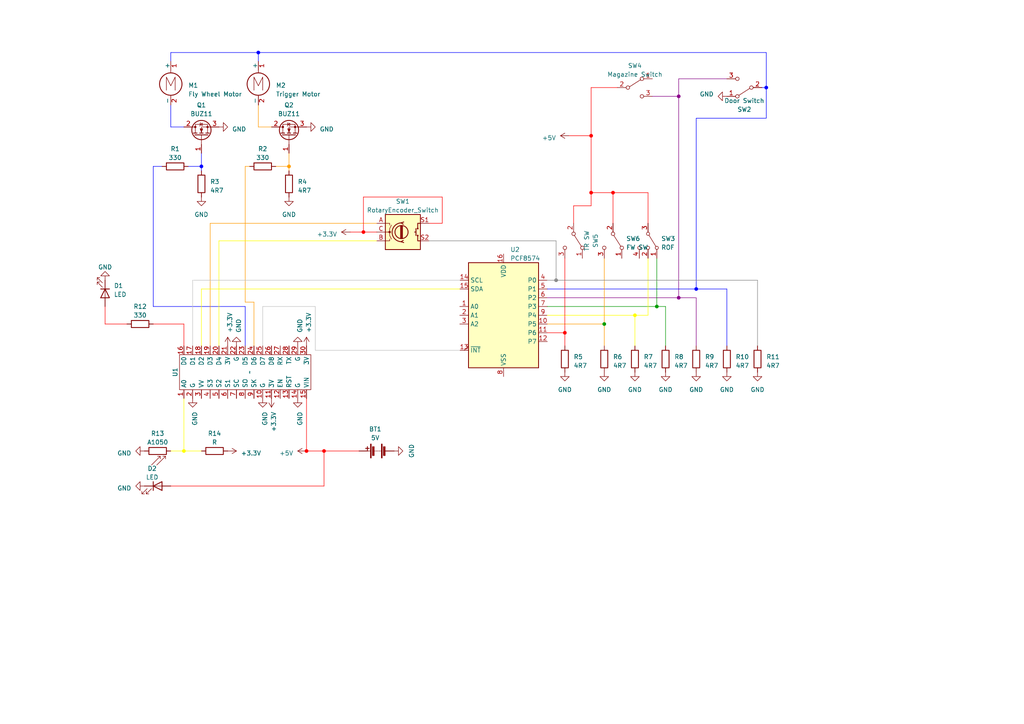
<source format=kicad_sch>
(kicad_sch (version 20230121) (generator eeschema)
  (paper "A4")
  (lib_symbols
    (symbol "Device:Battery" (pin_numbers hide) (pin_names (offset 0) hide)
      (property "Reference" "BT" (at 2.54 2.54 0))
      (property "Value" "Battery" (at 2.54 0 0))
      (symbol "Battery_0_1"
        (rectangle (start -2.032 -1.397) (end 2.032 -1.651) (fill (type outline)))
        (rectangle (start -2.032 1.778) (end 2.032 1.524) (fill (type outline)))
        (rectangle (start -1.3208 -1.9812) (end 1.27 -2.4892) (fill (type outline)))
        (rectangle (start -1.3208 1.1938) (end 1.27 0.6858) (fill (type outline)))
        (polyline (pts (xy 0 -1.524) (xy 0 -1.27)))
        (polyline (pts (xy 0 -1.016) (xy 0 -0.762)))
        (polyline (pts (xy 0 -0.508) (xy 0 -0.254)))
        (polyline (pts (xy 0 0) (xy 0 0.254)))
        (polyline (pts (xy 0 0.508) (xy 0 0.762)))
        (polyline (pts (xy 0 1.778) (xy 0 2.54)))
        (polyline (pts (xy 0.254 2.667) (xy 1.27 2.667)) (stroke (width 0.254)))
        (polyline (pts (xy 0.762 3.175) (xy 0.762 2.159)) (stroke (width 0.254)))
      )
      (symbol "Battery_1_1"
        (pin passive line (at 0 5.08 270) (length 2.54) (name "+") (number "1"))
        (pin passive line (at 0 -5.08 90) (length 2.54) (name "-") (number "2"))
      )
    )
    (symbol "Device:LED" (pin_numbers hide) (pin_names (offset 1.016) hide)
      (property "Reference" "D" (at 0 2.54 0))
      (property "Value" "LED" (at 0 -2.54 0))
      (symbol "LED_0_1"
        (polyline (pts (xy -1.27 -1.27) (xy -1.27 1.27)) (stroke (width 0.254)))
        (polyline (pts (xy -1.27 0) (xy 1.27 0)))
        (polyline (pts (xy 1.27 -1.27) (xy 1.27 1.27) (xy -1.27 0) (xy 1.27 -1.27)) (stroke (width 0.254)))
        (polyline (pts (xy -3.048 -0.762) (xy -4.572 -2.286) (xy -3.81 -2.286) (xy -4.572 -2.286) (xy -4.572 -1.524)))
        (polyline (pts (xy -1.778 -0.762) (xy -3.302 -2.286) (xy -2.54 -2.286) (xy -3.302 -2.286) (xy -3.302 -1.524)))
      )
      (symbol "LED_1_1"
        (pin passive line (at -3.81 0 0) (length 2.54) (name "K") (number "1"))
        (pin passive line (at 3.81 0 180) (length 2.54) (name "A") (number "2"))
      )
    )
    (symbol "Device:R" (pin_numbers hide) (pin_names (offset 0))
      (property "Reference" "R" (at 2.032 0 90))
      (property "Value" "R" (at 0 0 90))
      (symbol "R_0_1"
        (rectangle (start -1.016 -2.54) (end 1.016 2.54) (stroke (width 0.254)))
      )
      (symbol "R_1_1"
        (pin passive line (at 0 3.81 270) (length 1.27) (name "~") (number "1"))
        (pin passive line (at 0 -3.81 90) (length 1.27) (name "~") (number "2"))
      )
    )
    (symbol "Device:RotaryEncoder_Switch" (pin_names (offset 0.254) hide)
      (property "Reference" "SW" (at 0 6.604 0))
      (property "Value" "RotaryEncoder_Switch" (at 0 -6.604 0))
      (symbol "RotaryEncoder_Switch_0_1"
        (rectangle (start -5.08 5.08) (end 5.08 -5.08) (stroke (width 0.254)) (fill (type background)))
        (circle (center -3.81 0) (radius 0.254) (fill (type outline)))
        (circle (center -0.381 0) (radius 1.905) (stroke (width 0.254)))
        (arc (start -0.381 2.667) (mid -3.0988 -0.0635) (end -0.381 -2.794) (stroke (width 0.254)))
        (polyline (pts (xy -0.635 -1.778) (xy -0.635 1.778)) (stroke (width 0.254)))
        (polyline (pts (xy -0.381 -1.778) (xy -0.381 1.778)) (stroke (width 0.254)))
        (polyline (pts (xy -0.127 1.778) (xy -0.127 -1.778)) (stroke (width 0.254)))
        (polyline (pts (xy 3.81 0) (xy 3.429 0)) (stroke (width 0.254)))
        (polyline (pts (xy 3.81 1.016) (xy 3.81 -1.016)) (stroke (width 0.254)))
        (polyline (pts (xy -5.08 -2.54) (xy -3.81 -2.54) (xy -3.81 -2.032)))
        (polyline (pts (xy -5.08 2.54) (xy -3.81 2.54) (xy -3.81 2.032)))
        (polyline (pts (xy 0.254 -3.048) (xy -0.508 -2.794) (xy 0.127 -2.413)) (stroke (width 0.254)))
        (polyline (pts (xy 0.254 2.921) (xy -0.508 2.667) (xy 0.127 2.286)) (stroke (width 0.254)))
        (polyline (pts (xy 5.08 -2.54) (xy 4.318 -2.54) (xy 4.318 -1.016)) (stroke (width 0.254)))
        (polyline (pts (xy 5.08 2.54) (xy 4.318 2.54) (xy 4.318 1.016)) (stroke (width 0.254)))
        (polyline (pts (xy -5.08 0) (xy -3.81 0) (xy -3.81 -1.016) (xy -3.302 -2.032)))
        (polyline (pts (xy -4.318 0) (xy -3.81 0) (xy -3.81 1.016) (xy -3.302 2.032)))
        (circle (center 4.318 -1.016) (radius 0.127) (stroke (width 0.254)))
        (circle (center 4.318 1.016) (radius 0.127) (stroke (width 0.254)))
      )
      (symbol "RotaryEncoder_Switch_1_1"
        (pin passive line (at -7.62 2.54 0) (length 2.54) (name "A") (number "A"))
        (pin passive line (at -7.62 -2.54 0) (length 2.54) (name "B") (number "B"))
        (pin passive line (at -7.62 0 0) (length 2.54) (name "C") (number "C"))
        (pin passive line (at 7.62 2.54 180) (length 2.54) (name "S1") (number "S1"))
        (pin passive line (at 7.62 -2.54 180) (length 2.54) (name "S2") (number "S2"))
      )
    )
    (symbol "Interface_Expansion:PCF8574"
      (property "Reference" "U" (at -8.89 16.51 0))
      (property "Value" "PCF8574" (at 2.54 16.51 0))
      (symbol "PCF8574_0_1"
        (rectangle (start -10.16 15.24) (end 10.16 -15.24) (stroke (width 0.254)) (fill (type background)))
      )
      (symbol "PCF8574_1_1"
        (pin input line (at -12.7 2.54 0) (length 2.54) (name "A0") (number "1"))
        (pin bidirectional line (at 12.7 -2.54 180) (length 2.54) (name "P5") (number "10"))
        (pin bidirectional line (at 12.7 -5.08 180) (length 2.54) (name "P6") (number "11"))
        (pin bidirectional line (at 12.7 -7.62 180) (length 2.54) (name "P7") (number "12"))
        (pin open_collector output_low (at -12.7 -10.16 0) (length 2.54) (name "~{INT}") (number "13"))
        (pin input line (at -12.7 10.16 0) (length 2.54) (name "SCL") (number "14"))
        (pin bidirectional line (at -12.7 7.62 0) (length 2.54) (name "SDA") (number "15"))
        (pin power_in line (at 0 17.78 270) (length 2.54) (name "VDD") (number "16"))
        (pin input line (at -12.7 0 0) (length 2.54) (name "A1") (number "2"))
        (pin input line (at -12.7 -2.54 0) (length 2.54) (name "A2") (number "3"))
        (pin bidirectional line (at 12.7 10.16 180) (length 2.54) (name "P0") (number "4"))
        (pin bidirectional line (at 12.7 7.62 180) (length 2.54) (name "P1") (number "5"))
        (pin bidirectional line (at 12.7 5.08 180) (length 2.54) (name "P2") (number "6"))
        (pin bidirectional line (at 12.7 2.54 180) (length 2.54) (name "P3") (number "7"))
        (pin power_in line (at 0 -17.78 90) (length 2.54) (name "VSS") (number "8"))
        (pin bidirectional line (at 12.7 0 180) (length 2.54) (name "P4") (number "9"))
      )
    )
    (symbol "Motor:Motor_DC" (pin_names (offset 0))
      (property "Reference" "M" (at 2.54 2.54 0))
      (property "Value" "Motor_DC" (at 2.54 -5.08 0))
      (symbol "Motor_DC_0_0"
        (polyline (pts (xy -1.27 -3.302) (xy -1.27 0.508) (xy 0 -2.032) (xy 1.27 0.508) (xy 1.27 -3.302)))
      )
      (symbol "Motor_DC_0_1"
        (circle (center 0 -1.524) (radius 3.2512) (stroke (width 0.254)))
        (polyline (pts (xy 0 -7.62) (xy 0 -7.112)))
        (polyline (pts (xy 0 -4.7752) (xy 0 -5.1816)))
        (polyline (pts (xy 0 1.7272) (xy 0 2.0828)))
        (polyline (pts (xy 0 2.032) (xy 0 2.54)))
      )
      (symbol "Motor_DC_1_1"
        (pin passive line (at 0 5.08 270) (length 2.54) (name "+") (number "1"))
        (pin passive line (at 0 -7.62 90) (length 2.54) (name "-") (number "2"))
      )
    )
    (symbol "Sensor_Optical:A1050" (pin_numbers hide) (pin_names (offset 0))
      (property "Reference" "R" (at -5.08 0 90))
      (property "Value" "A1050" (at 1.905 0 90))
      (symbol "A1050_0_1"
        (rectangle (start -1.016 2.54) (end 1.016 -2.54) (stroke (width 0.254)))
        (polyline (pts (xy -1.524 -2.286) (xy -4.064 0.254)))
        (polyline (pts (xy -1.524 -2.286) (xy -2.286 -2.286)))
        (polyline (pts (xy -1.524 -2.286) (xy -1.524 -1.524)))
        (polyline (pts (xy -1.524 -0.762) (xy -4.064 1.778)))
        (polyline (pts (xy -1.524 -0.762) (xy -2.286 -0.762)))
        (polyline (pts (xy -1.524 -0.762) (xy -1.524 0)))
      )
      (symbol "A1050_1_1"
        (pin passive line (at 0 3.81 270) (length 1.27) (name "~") (number "1"))
        (pin passive line (at 0 -3.81 90) (length 1.27) (name "~") (number "2"))
      )
    )
    (symbol "Switch:SW_SP3T" (pin_names (offset 0) hide)
      (property "Reference" "SW" (at 0 5.08 0))
      (property "Value" "SW_SP3T" (at 0 -5.08 0))
      (symbol "SW_SP3T_0_1"
        (circle (center -2.032 0) (radius 0.4572))
        (polyline (pts (xy -1.651 0.254) (xy 1.651 2.286)))
        (circle (center 2.032 -2.54) (radius 0.4572))
        (circle (center 2.032 0) (radius 0.4572))
        (circle (center 2.032 2.54) (radius 0.4572))
      )
      (symbol "SW_SP3T_1_1"
        (pin passive line (at 5.08 2.54 180) (length 2.54) (name "1") (number "1"))
        (pin passive line (at 5.08 0 180) (length 2.54) (name "2") (number "2"))
        (pin passive line (at -5.08 0 0) (length 2.54) (name "3") (number "3"))
        (pin passive line (at 5.08 -2.54 180) (length 2.54) (name "4") (number "4"))
      )
    )
    (symbol "Switch:SW_SPDT" (pin_names (offset 0) hide)
      (property "Reference" "SW" (at 0 4.318 0))
      (property "Value" "SW_SPDT" (at 0 -5.08 0))
      (symbol "SW_SPDT_0_0"
        (circle (center -2.032 0) (radius 0.508))
        (circle (center 2.032 -2.54) (radius 0.508))
      )
      (symbol "SW_SPDT_0_1"
        (polyline (pts (xy -1.524 0.254) (xy 1.651 2.286)))
        (circle (center 2.032 2.54) (radius 0.508))
      )
      (symbol "SW_SPDT_1_1"
        (pin passive line (at 5.08 2.54 180) (length 2.54) (name "A") (number "1"))
        (pin passive line (at -5.08 0 0) (length 2.54) (name "B") (number "2"))
        (pin passive line (at 5.08 -2.54 180) (length 2.54) (name "C") (number "3"))
      )
    )
    (symbol "Transistor_FET:BUZ11" (pin_names hide)
      (property "Reference" "Q" (at 6.35 1.905 0))
      (property "Value" "BUZ11" (at 6.35 0 0))
      (symbol "BUZ11_0_1"
        (polyline (pts (xy 0.254 0) (xy -2.54 0)))
        (polyline (pts (xy 0.254 1.905) (xy 0.254 -1.905)) (stroke (width 0.254)))
        (polyline (pts (xy 0.762 -1.27) (xy 0.762 -2.286)) (stroke (width 0.254)))
        (polyline (pts (xy 0.762 0.508) (xy 0.762 -0.508)) (stroke (width 0.254)))
        (polyline (pts (xy 0.762 2.286) (xy 0.762 1.27)) (stroke (width 0.254)))
        (polyline (pts (xy 2.54 2.54) (xy 2.54 1.778)))
        (polyline (pts (xy 2.54 -2.54) (xy 2.54 0) (xy 0.762 0)))
        (polyline (pts (xy 0.762 -1.778) (xy 3.302 -1.778) (xy 3.302 1.778) (xy 0.762 1.778)))
        (polyline (pts (xy 1.016 0) (xy 2.032 0.381) (xy 2.032 -0.381) (xy 1.016 0)) (fill (type outline)))
        (polyline (pts (xy 2.794 0.508) (xy 2.921 0.381) (xy 3.683 0.381) (xy 3.81 0.254)))
        (polyline (pts (xy 3.302 0.381) (xy 2.921 -0.254) (xy 3.683 -0.254) (xy 3.302 0.381)))
        (circle (center 1.651 0) (radius 2.794) (stroke (width 0.254)))
        (circle (center 2.54 -1.778) (radius 0.254) (fill (type outline)))
        (circle (center 2.54 1.778) (radius 0.254) (fill (type outline)))
      )
      (symbol "BUZ11_1_1"
        (pin input line (at -5.08 0 0) (length 2.54) (name "G") (number "1"))
        (pin passive line (at 2.54 5.08 270) (length 2.54) (name "D") (number "2"))
        (pin passive line (at 2.54 -5.08 90) (length 2.54) (name "S") (number "3"))
      )
    )
    (symbol "User Symbols:NodeMCU_V3"
      (property "Reference" "U" (at 0 0 0))
      (symbol "NodeMCU_V3_0_1"
        (rectangle (start -5.08 19.05) (end 5.08 -19.05))
      )
      (symbol "NodeMCU_V3_1_1"
        (pin output line (at -7.62 17.78 0) (length 2.54) (name "A0") (number "1"))
        (pin bidirectional line (at -7.62 -5.08 0) (length 2.54) (name "G") (number "10"))
        (pin bidirectional line (at -7.62 -7.62 0) (length 2.54) (name "3V") (number "11"))
        (pin input line (at -7.62 -10.16 0) (length 2.54) (name "EN") (number "12"))
        (pin input line (at -7.62 -12.7 0) (length 2.54) (name "RST") (number "13"))
        (pin bidirectional line (at -7.62 -15.24 0) (length 2.54) (name "G") (number "14"))
        (pin bidirectional line (at -7.62 -17.78 0) (length 2.54) (name "VIN") (number "15"))
        (pin bidirectional line (at 7.62 17.78 180) (length 2.54) (name "D0") (number "16"))
        (pin bidirectional line (at 7.62 15.24 180) (length 2.54) (name "D1") (number "17"))
        (pin bidirectional line (at 7.62 12.7 180) (length 2.54) (name "D2") (number "18"))
        (pin bidirectional line (at 7.62 10.16 180) (length 2.54) (name "D3") (number "19"))
        (pin bidirectional line (at -7.62 15.24 0) (length 2.54) (name "G") (number "2"))
        (pin bidirectional line (at 7.62 7.62 180) (length 2.54) (name "D4") (number "20"))
        (pin bidirectional line (at 7.62 5.08 180) (length 2.54) (name "3V") (number "21"))
        (pin bidirectional line (at 7.62 2.54 180) (length 2.54) (name "G") (number "22"))
        (pin bidirectional line (at 7.62 0 180) (length 2.54) (name "D5") (number "23"))
        (pin bidirectional line (at 7.62 -2.54 180) (length 2.54) (name "D6") (number "24"))
        (pin bidirectional line (at 7.62 -5.08 180) (length 2.54) (name "D7") (number "25"))
        (pin bidirectional line (at 7.62 -7.62 180) (length 2.54) (name "D8") (number "26"))
        (pin bidirectional line (at 7.62 -10.16 180) (length 2.54) (name "RX") (number "27"))
        (pin bidirectional line (at 7.62 -12.7 180) (length 2.54) (name "TX") (number "28"))
        (pin bidirectional line (at 7.62 -15.24 180) (length 2.54) (name "G") (number "29"))
        (pin bidirectional line (at -7.62 12.7 0) (length 2.54) (name "VV") (number "3"))
        (pin bidirectional line (at 7.62 -17.78 180) (length 2.54) (name "3V") (number "30"))
        (pin bidirectional line (at -7.62 10.16 0) (length 2.54) (name "S3") (number "4"))
        (pin bidirectional line (at -7.62 7.62 0) (length 2.54) (name "S2") (number "5"))
        (pin bidirectional line (at -7.62 5.08 0) (length 2.54) (name "S1") (number "6"))
        (pin bidirectional line (at -7.62 2.54 0) (length 2.54) (name "SC") (number "7"))
        (pin bidirectional line (at -7.62 0 0) (length 2.54) (name "SO") (number "8"))
        (pin bidirectional line (at -7.62 -2.54 0) (length 2.54) (name "SK") (number "9"))
      )
    )
    (symbol "power:+3.3V" (power) (pin_names (offset 0))
      (property "Value" "+3.3V" (at 0 3.556 0))
      (symbol "+3.3V_0_1"
        (polyline (pts (xy -0.762 1.27) (xy 0 2.54)))
        (polyline (pts (xy 0 0) (xy 0 2.54)))
        (polyline (pts (xy 0 2.54) (xy 0.762 1.27)))
      )
      (symbol "+3.3V_1_1"
        (pin power_in line (at 0 0 90) (length 0) hide (name "+3.3V") (number "1"))
      )
    )
    (symbol "power:+5V" (power) (pin_names (offset 0))
      (property "Value" "+5V" (at 0 3.556 0))
      (symbol "+5V_0_1"
        (polyline (pts (xy -0.762 1.27) (xy 0 2.54)))
        (polyline (pts (xy 0 0) (xy 0 2.54)))
        (polyline (pts (xy 0 2.54) (xy 0.762 1.27)))
      )
      (symbol "+5V_1_1"
        (pin power_in line (at 0 0 90) (length 0) hide (name "+5V") (number "1"))
      )
    )
    (symbol "power:GND" (power) (pin_names (offset 0))
      (property "Value" "GND" (at 0 -3.81 0))
      (symbol "GND_0_1"
        (polyline (pts (xy 0 0) (xy 0 -1.27) (xy 1.27 -1.27) (xy 0 -2.54) (xy -1.27 -1.27) (xy 0 -1.27)))
      )
      (symbol "GND_1_1"
        (pin power_in line (at 0 0 270) (length 0) hide (name "GND") (number "1"))
      )
    )
  )
  (junction (at 93.98 130.81) (color 255 0 0 1))
  (junction (at 105.41 67.31) (color 255 0 0 1))
  (junction (at 175.26 93.98))
  (junction (at 196.85 27.94) (color 132 0 132 1))
  (junction (at 201.93 83.82) (color 0 0 255 1))
  (junction (at 53.34 130.81) (color 255 255 0 1))
  (junction (at 83.82 48.26) (color 255 153 0 1))
  (junction (at 190.5 88.9))
  (junction (at 163.83 96.52) (color 255 0 0 1))
  (junction (at 161.29 81.28) (color 132 132 132 1))
  (junction (at 184.15 91.44) (color 255 255 0 1))
  (junction (at 177.8 55.88) (color 255 0 0 1))
  (junction (at 171.45 55.88) (color 255 0 0 1))
  (junction (at 88.9 130.81) (color 255 0 0 1))
  (junction (at 196.85 86.36) (color 132 0 132 1))
  (junction (at 222.25 25.4) (color 0 0 255 1))
  (junction (at 171.45 39.37) (color 255 0 0 1))
  (junction (at 58.42 48.26) (color 0 0 255 1))
  (junction (at 74.93 15.24) (color 0 0 255 1))
  (wire (pts (xy 158.75 83.82) (xy 201.93 83.82)) (stroke (width 0) (color 0 0 255 1)))
  (wire (pts (xy 91.44 101.6) (xy 133.35 101.6)) (stroke (width 0) (color 194 194 194 1)))
  (wire (pts (xy 104.14 130.81) (xy 93.98 130.81)) (stroke (width 0) (color 255 0 0 1)))
  (wire (pts (xy 187.96 55.88) (xy 177.8 55.88)) (stroke (width 0) (color 255 0 0 1)))
  (wire (pts (xy 177.8 55.88) (xy 177.8 64.77)) (stroke (width 0) (color 255 0 0 1)))
  (wire (pts (xy 80.01 48.26) (xy 83.82 48.26)) (stroke (width 0) (color 255 153 0 1)))
  (wire (pts (xy 158.75 86.36) (xy 196.85 86.36)) (stroke (width 0) (color 132 0 132 1)))
  (wire (pts (xy 76.2 88.9) (xy 91.44 88.9)) (stroke (width 0) (color 194 194 194 1)))
  (wire (pts (xy 73.66 87.63) (xy 71.12 87.63)) (stroke (width 0) (color 255 153 0 1)))
  (wire (pts (xy 44.45 88.9) (xy 44.45 48.26)) (stroke (width 0) (color 0 0 255 1)))
  (wire (pts (xy 163.83 96.52) (xy 163.83 74.93)) (stroke (width 0) (color 255 0 0 1)))
  (wire (pts (xy 196.85 22.86) (xy 210.82 22.86)) (stroke (width 0) (color 132 0 132 1)))
  (wire (pts (xy 219.71 100.33) (xy 219.71 81.28)) (stroke (width 0) (color 132 132 132 1)))
  (wire (pts (xy 55.88 100.33) (xy 55.88 81.28)) (stroke (width 0) (color 194 194 194 1)))
  (wire (pts (xy 196.85 27.94) (xy 189.23 27.94)) (stroke (width 0) (color 132 0 132 1)))
  (wire (pts (xy 124.46 69.85) (xy 161.29 69.85)) (stroke (width 0) (color 132 132 132 1)))
  (wire (pts (xy 201.93 83.82) (xy 210.82 83.82)) (stroke (width 0) (color 0 0 255 1)))
  (wire (pts (xy 187.96 55.88) (xy 187.96 64.77)) (stroke (width 0) (color 255 0 0 1)))
  (wire (pts (xy 222.25 15.24) (xy 74.93 15.24)) (stroke (width 0) (color 0 0 255 1)))
  (wire (pts (xy 222.25 34.29) (xy 222.25 25.4)) (stroke (width 0) (color 0 0 255 1)))
  (wire (pts (xy 184.15 91.44) (xy 184.15 100.33)) (stroke (width 0) (color 255 255 0 1)))
  (wire (pts (xy 60.96 100.33) (xy 60.96 64.77)) (stroke (width 0) (color 255 153 0 1)))
  (wire (pts (xy 109.22 69.85) (xy 63.5 69.85)) (stroke (width 0) (color 255 255 0 1)))
  (wire (pts (xy 58.42 100.33) (xy 58.42 83.82)) (stroke (width 0) (color 255 255 0 1)))
  (wire (pts (xy 71.12 48.26) (xy 72.39 48.26)) (stroke (width 0) (color 255 153 0 1)))
  (wire (pts (xy 91.44 88.9) (xy 91.44 101.6)) (stroke (width 0) (color 194 194 194 1)))
  (wire (pts (xy 73.66 87.63) (xy 73.66 100.33)) (stroke (width 0) (color 255 153 0 1)))
  (wire (pts (xy 44.45 48.26) (xy 46.99 48.26)) (stroke (width 0) (color 0 0 255 1)))
  (wire (pts (xy 158.75 81.28) (xy 161.29 81.28)) (stroke (width 0) (color 132 132 132 1)))
  (wire (pts (xy 190.5 88.9) (xy 193.04 88.9)))
  (wire (pts (xy 49.53 15.24) (xy 49.53 17.78)) (stroke (width 0) (color 0 0 255 1)))
  (wire (pts (xy 190.5 74.93) (xy 190.5 88.9)))
  (wire (pts (xy 177.8 55.88) (xy 171.45 55.88)) (stroke (width 0) (color 255 0 0 1)))
  (wire (pts (xy 105.41 67.31) (xy 109.22 67.31)) (stroke (width 0) (color 255 0 0 1)))
  (wire (pts (xy 36.83 93.98) (xy 30.48 93.98)) (stroke (width 0) (color 255 0 0 1)))
  (wire (pts (xy 222.25 25.4) (xy 220.98 25.4)) (stroke (width 0) (color 0 0 255 1)))
  (wire (pts (xy 196.85 27.94) (xy 196.85 86.36)) (stroke (width 0) (color 132 0 132 1)))
  (wire (pts (xy 222.25 25.4) (xy 222.25 15.24)) (stroke (width 0) (color 0 0 255 1)))
  (wire (pts (xy 158.75 96.52) (xy 163.83 96.52)) (stroke (width 0) (color 255 0 0 1)))
  (wire (pts (xy 158.75 93.98) (xy 175.26 93.98)) (stroke (width 0) (color 255 153 0 1)))
  (wire (pts (xy 55.88 81.28) (xy 133.35 81.28)) (stroke (width 0) (color 194 194 194 1)))
  (wire (pts (xy 53.34 115.57) (xy 53.34 130.81)) (stroke (width 0) (color 255 255 0 1)))
  (wire (pts (xy 171.45 39.37) (xy 171.45 55.88)) (stroke (width 0) (color 255 0 0 1)))
  (wire (pts (xy 53.34 93.98) (xy 44.45 93.98)) (stroke (width 0) (color 255 0 0 1)))
  (wire (pts (xy 60.96 64.77) (xy 109.22 64.77)) (stroke (width 0) (color 255 153 0 1)))
  (wire (pts (xy 124.46 64.77) (xy 128.27 64.77)) (stroke (width 0) (color 255 0 0 1)))
  (wire (pts (xy 196.85 86.36) (xy 201.93 86.36)) (stroke (width 0) (color 132 0 132 1)))
  (wire (pts (xy 158.75 88.9) (xy 190.5 88.9)))
  (wire (pts (xy 193.04 88.9) (xy 193.04 100.33)))
  (wire (pts (xy 74.93 30.48) (xy 74.93 36.83)) (stroke (width 0) (color 255 153 0 1)))
  (wire (pts (xy 83.82 44.45) (xy 83.82 48.26)) (stroke (width 0) (color 255 153 0 1)))
  (wire (pts (xy 93.98 130.81) (xy 93.98 140.97)) (stroke (width 0) (color 255 0 0 1)))
  (wire (pts (xy 187.96 91.44) (xy 184.15 91.44)) (stroke (width 0) (color 255 255 0 1)))
  (wire (pts (xy 58.42 44.45) (xy 58.42 48.26)) (stroke (width 0) (color 0 0 255 1)))
  (wire (pts (xy 71.12 100.33) (xy 71.12 88.9)) (stroke (width 0) (color 0 0 255 1)))
  (wire (pts (xy 201.93 34.29) (xy 201.93 83.82)) (stroke (width 0) (color 0 0 255 1)))
  (wire (pts (xy 158.75 91.44) (xy 184.15 91.44)) (stroke (width 0) (color 255 255 0 1)))
  (wire (pts (xy 175.26 93.98) (xy 175.26 100.33)) (stroke (width 0) (color 255 153 0 1)))
  (wire (pts (xy 53.34 36.83) (xy 49.53 36.83)) (stroke (width 0) (color 0 0 255 1)))
  (wire (pts (xy 163.83 96.52) (xy 163.83 100.33)) (stroke (width 0) (color 255 0 0 1)))
  (wire (pts (xy 58.42 83.82) (xy 133.35 83.82)) (stroke (width 0) (color 255 255 0 1)))
  (wire (pts (xy 161.29 81.28) (xy 219.71 81.28)) (stroke (width 0) (color 132 132 132 1)))
  (wire (pts (xy 171.45 59.69) (xy 171.45 55.88)) (stroke (width 0) (color 255 0 0 1)))
  (wire (pts (xy 201.93 86.36) (xy 201.93 100.33)) (stroke (width 0) (color 132 0 132 1)))
  (wire (pts (xy 49.53 36.83) (xy 49.53 30.48)) (stroke (width 0) (color 0 0 255 1)))
  (wire (pts (xy 171.45 25.4) (xy 171.45 39.37)) (stroke (width 0) (color 255 0 0 1)))
  (wire (pts (xy 58.42 48.26) (xy 58.42 49.53)) (stroke (width 0) (color 0 0 255 1)))
  (wire (pts (xy 201.93 34.29) (xy 222.25 34.29)) (stroke (width 0) (color 0 0 255 1)))
  (wire (pts (xy 166.37 59.69) (xy 166.37 64.77)) (stroke (width 0) (color 255 0 0 1)))
  (wire (pts (xy 196.85 22.86) (xy 196.85 27.94)) (stroke (width 0) (color 132 0 132 1)))
  (wire (pts (xy 165.1 39.37) (xy 171.45 39.37)) (stroke (width 0) (color 255 0 0 1)))
  (wire (pts (xy 54.61 48.26) (xy 58.42 48.26)) (stroke (width 0) (color 0 0 255 1)))
  (wire (pts (xy 88.9 130.81) (xy 88.9 115.57)) (stroke (width 0) (color 255 0 0 1)))
  (wire (pts (xy 71.12 88.9) (xy 44.45 88.9)) (stroke (width 0) (color 0 0 255 1)))
  (wire (pts (xy 53.34 130.81) (xy 49.53 130.81)) (stroke (width 0) (color 255 255 0 1)))
  (wire (pts (xy 128.27 64.77) (xy 128.27 57.15)) (stroke (width 0) (color 255 0 0 1)))
  (wire (pts (xy 161.29 69.85) (xy 161.29 81.28)) (stroke (width 0) (color 132 132 132 1)))
  (wire (pts (xy 76.2 100.33) (xy 76.2 88.9)) (stroke (width 0) (color 194 194 194 1)))
  (wire (pts (xy 175.26 74.93) (xy 175.26 93.98)) (stroke (width 0) (color 255 153 0 1)))
  (wire (pts (xy 53.34 130.81) (xy 58.42 130.81)) (stroke (width 0) (color 255 255 0 1)))
  (wire (pts (xy 63.5 69.85) (xy 63.5 100.33)) (stroke (width 0) (color 255 255 0 1)))
  (wire (pts (xy 74.93 15.24) (xy 74.93 17.78)) (stroke (width 0) (color 0 0 255 1)))
  (wire (pts (xy 171.45 25.4) (xy 179.07 25.4)) (stroke (width 0) (color 255 0 0 1)))
  (wire (pts (xy 74.93 15.24) (xy 49.53 15.24)) (stroke (width 0) (color 0 0 255 1)))
  (wire (pts (xy 30.48 93.98) (xy 30.48 88.9)) (stroke (width 0) (color 255 0 0 1)))
  (wire (pts (xy 187.96 74.93) (xy 187.96 91.44)) (stroke (width 0) (color 255 255 0 1)))
  (wire (pts (xy 105.41 57.15) (xy 105.41 67.31)) (stroke (width 0) (color 255 0 0 1)))
  (wire (pts (xy 93.98 140.97) (xy 49.53 140.97)) (stroke (width 0) (color 255 0 0 1)))
  (wire (pts (xy 128.27 57.15) (xy 105.41 57.15)) (stroke (width 0) (color 255 0 0 1)))
  (wire (pts (xy 74.93 36.83) (xy 78.74 36.83)) (stroke (width 0) (color 255 153 0 1)))
  (wire (pts (xy 210.82 100.33) (xy 210.82 83.82)) (stroke (width 0) (color 0 0 255 1)))
  (wire (pts (xy 101.6 67.31) (xy 105.41 67.31)) (stroke (width 0) (color 255 0 0 1)))
  (wire (pts (xy 53.34 93.98) (xy 53.34 100.33)) (stroke (width 0) (color 255 0 0 1)))
  (wire (pts (xy 93.98 130.81) (xy 88.9 130.81)) (stroke (width 0) (color 255 0 0 1)))
  (wire (pts (xy 71.12 87.63) (xy 71.12 48.26)) (stroke (width 0) (color 255 153 0 1)))
  (wire (pts (xy 83.82 48.26) (xy 83.82 49.53)) (stroke (width 0) (color 255 153 0 1)))
  (wire (pts (xy 166.37 59.69) (xy 171.45 59.69)) (stroke (width 0) (color 255 0 0 1)))
  (symbol (lib_id "Device:R") (at 219.71 104.14 0) (unit 1)
    (property "Reference" "R11" (at 222.25 103.505 0) (effects (justify left)))
    (property "Value" "4R7" (at 222.25 106.045 0) (effects (justify left)))
    (property "Footprint" "Resistor_THT:R_Axial_DIN0207_L6.3mm_D2.5mm_P7.62mm_Horizontal" (effects hide))
  )
  (symbol (lib_id "power:GND") (at 175.26 107.95 0) (unit 1)
    (property "Reference" "#PWR018" (effects hide))
    (property "Value" "GND" (at 175.26 113.03 0))
  )
  (symbol (lib_id "power:GND") (at 83.82 57.15 0) (unit 1)
    (property "Reference" "#PWR01" (effects hide))
    (property "Value" "GND" (at 83.82 62.23 0))
  )
  (symbol (lib_id "Motor:Motor_DC") (at 74.93 22.86 0) (unit 1)
    (property "Reference" "M2" (at 80.01 24.765 0) (effects (justify left)))
    (property "Value" "Trigger Motor" (at 80.01 27.305 0) (effects (justify left)))
  )
  (symbol (lib_id "power:GND") (at 55.88 115.57 0) (unit 1)
    (property "Reference" "#PWR06" (effects hide))
    (property "Value" "GND" (at 56.515 119.38 90) (effects (justify right)))
  )
  (symbol (lib_id "Device:R") (at 184.15 104.14 0) (unit 1)
    (property "Reference" "R7" (at 186.69 103.505 0) (effects (justify left)))
    (property "Value" "4R7" (at 186.69 106.045 0) (effects (justify left)))
    (property "Footprint" "Resistor_THT:R_Axial_DIN0207_L6.3mm_D2.5mm_P7.62mm_Horizontal" (effects hide))
  )
  (symbol (lib_id "Device:R") (at 201.93 104.14 0) (unit 1)
    (property "Reference" "R9" (at 204.47 103.505 0) (effects (justify left)))
    (property "Value" "4R7" (at 204.47 106.045 0) (effects (justify left)))
    (property "Footprint" "Resistor_THT:R_Axial_DIN0207_L6.3mm_D2.5mm_P7.62mm_Horizontal" (effects hide))
  )
  (symbol (lib_id "Device:R") (at 40.64 93.98 90) (unit 1)
    (property "Reference" "R12" (at 40.64 88.9 90))
    (property "Value" "330" (at 40.64 91.44 90))
    (property "Footprint" "Resistor_THT:R_Axial_DIN0207_L6.3mm_D2.5mm_P7.62mm_Horizontal" (effects hide))
  )
  (symbol (lib_id "power:GND") (at 76.2 115.57 0) (unit 1)
    (property "Reference" "#PWR05" (effects hide))
    (property "Value" "GND" (at 76.835 119.38 90) (effects (justify right)))
  )
  (symbol (lib_id "power:GND") (at 63.5 36.83 90) (unit 1)
    (property "Reference" "#PWR011" (effects hide))
    (property "Value" "GND" (at 67.31 37.465 90) (effects (justify right)))
  )
  (symbol (lib_id "power:GND") (at 88.9 36.83 90) (unit 1)
    (property "Reference" "#PWR010" (effects hide))
    (property "Value" "GND" (at 92.71 37.465 90) (effects (justify right)))
  )
  (symbol (lib_id "Transistor_FET:BUZ11") (at 83.82 39.37 90) (unit 1)
    (property "Reference" "Q2" (at 83.82 30.48 90))
    (property "Value" "BUZ11" (at 83.82 33.02 90))
    (property "Footprint" "Package_TO_SOT_THT:TO-220-3_Vertical" (effects hide))
    (property "Datasheet" "https://media.digikey.com/pdf/Data%20Sheets/Fairchild%20PDFs/BUZ11.pdf" (effects hide))
  )
  (symbol (lib_id "Device:R") (at 83.82 53.34 0) (unit 1)
    (property "Reference" "R4" (at 86.36 52.705 0) (effects (justify left)))
    (property "Value" "4R7" (at 86.36 55.245 0) (effects (justify left)))
    (property "Footprint" "Resistor_THT:R_Axial_DIN0207_L6.3mm_D2.5mm_P7.62mm_Horizontal" (effects hide))
  )
  (symbol (lib_id "Switch:SW_SP3T") (at 187.96 69.85 270) (unit 1)
    (property "Reference" "SW3" (at 191.77 69.215 90) (effects (justify left)))
    (property "Value" "ROF" (at 191.77 71.755 90) (effects (justify left)))
  )
  (symbol (lib_id "Switch:SW_SPDT") (at 215.9 25.4 180) (unit 1)
    (property "Reference" "SW2" (at 215.9 31.75 0))
    (property "Value" "Door Switch" (at 215.9 29.21 0))
  )
  (symbol (lib_id "Switch:SW_SPDT") (at 184.15 25.4 0) (unit 1)
    (property "Reference" "SW4" (at 184.15 19.05 0))
    (property "Value" "Magazine Switch" (at 184.15 21.59 0))
  )
  (symbol (lib_id "Switch:SW_SPDT") (at 177.8 69.85 270) (unit 1)
    (property "Reference" "SW6" (at 181.61 69.215 90) (effects (justify left)))
    (property "Value" "FW SW" (at 181.61 71.755 90) (effects (justify left)))
  )
  (symbol (lib_id "power:GND") (at 114.3 130.81 90) (unit 1)
    (property "Reference" "#PWR015" (effects hide))
    (property "Value" "GND" (at 119.38 130.81 0))
  )
  (symbol (lib_id "Device:R") (at 193.04 104.14 0) (unit 1)
    (property "Reference" "R8" (at 195.58 103.505 0) (effects (justify left)))
    (property "Value" "4R7" (at 195.58 106.045 0) (effects (justify left)))
    (property "Footprint" "Resistor_THT:R_Axial_DIN0207_L6.3mm_D2.5mm_P7.62mm_Horizontal" (effects hide))
  )
  (symbol (lib_id "power:+3.3V") (at 78.74 115.57 180) (unit 1)
    (property "Reference" "#PWR09" (effects hide))
    (property "Value" "+3.3V" (at 79.375 119.38 90) (effects (justify left)))
  )
  (symbol (lib_id "power:GND") (at 68.58 100.33 180) (unit 1)
    (property "Reference" "#PWR02" (effects hide))
    (property "Value" "GND" (at 69.215 96.52 90) (effects (justify right)))
  )
  (symbol (lib_id "power:+5V") (at 165.1 39.37 90) (unit 1)
    (property "Reference" "#PWR017" (effects hide))
    (property "Value" "+5V" (at 161.29 40.005 90) (effects (justify left)))
  )
  (symbol (lib_id "Device:R") (at 50.8 48.26 90) (unit 1)
    (property "Reference" "R1" (at 50.8 43.18 90))
    (property "Value" "330" (at 50.8 45.72 90))
    (property "Footprint" "Resistor_THT:R_Axial_DIN0207_L6.3mm_D2.5mm_P7.62mm_Horizontal" (effects hide))
  )
  (symbol (lib_id "power:GND") (at 193.04 107.95 0) (unit 1)
    (property "Reference" "#PWR020" (effects hide))
    (property "Value" "GND" (at 193.04 113.03 0))
  )
  (symbol (lib_id "Device:R") (at 210.82 104.14 0) (unit 1)
    (property "Reference" "R10" (at 213.36 103.505 0) (effects (justify left)))
    (property "Value" "4R7" (at 213.36 106.045 0) (effects (justify left)))
    (property "Footprint" "Resistor_THT:R_Axial_DIN0207_L6.3mm_D2.5mm_P7.62mm_Horizontal" (effects hide))
  )
  (symbol (lib_id "Device:R") (at 58.42 53.34 0) (unit 1)
    (property "Reference" "R3" (at 60.96 52.705 0) (effects (justify left)))
    (property "Value" "4R7" (at 60.96 55.245 0) (effects (justify left)))
    (property "Footprint" "Resistor_THT:R_Axial_DIN0207_L6.3mm_D2.5mm_P7.62mm_Horizontal" (effects hide))
  )
  (symbol (lib_id "Device:R") (at 175.26 104.14 0) (unit 1)
    (property "Reference" "R6" (at 177.8 103.505 0) (effects (justify left)))
    (property "Value" "4R7" (at 177.8 106.045 0) (effects (justify left)))
    (property "Footprint" "Resistor_THT:R_Axial_DIN0207_L6.3mm_D2.5mm_P7.62mm_Horizontal" (effects hide))
  )
  (symbol (lib_id "Transistor_FET:BUZ11") (at 58.42 39.37 90) (unit 1)
    (property "Reference" "Q1" (at 58.42 30.48 90))
    (property "Value" "BUZ11" (at 58.42 33.02 90))
    (property "Footprint" "Package_TO_SOT_THT:TO-220-3_Vertical" (effects hide))
    (property "Datasheet" "https://media.digikey.com/pdf/Data%20Sheets/Fairchild%20PDFs/BUZ11.pdf" (effects hide))
  )
  (symbol (lib_id "User Symbols:NodeMCU_V3") (at 71.12 107.95 90) (unit 1)
    (property "Reference" "U1" (at 50.8 107.95 0))
    (property "Value" "~" (at 72.39 107.95 0))
  )
  (symbol (lib_id "power:GND") (at 86.36 100.33 180) (unit 1)
    (property "Reference" "#PWR03" (effects hide))
    (property "Value" "GND" (at 86.995 96.52 90) (effects (justify right)))
  )
  (symbol (lib_id "power:GND") (at 86.36 115.57 0) (unit 1)
    (property "Reference" "#PWR04" (effects hide))
    (property "Value" "GND" (at 86.995 119.38 90) (effects (justify right)))
  )
  (symbol (lib_id "Interface_Expansion:PCF8574") (at 146.05 91.44 0) (unit 1)
    (property "Reference" "U2" (at 148.0059 72.39 0) (effects (justify left)))
    (property "Value" "PCF8574" (at 148.0059 74.93 0) (effects (justify left)))
    (property "Datasheet" "http://www.nxp.com/documents/data_sheet/PCF8574_PCF8574A.pdf" (effects hide))
  )
  (symbol (lib_id "power:+3.3V") (at 66.04 100.33 0) (unit 1)
    (property "Reference" "#PWR08" (effects hide))
    (property "Value" "+3.3V" (at 66.675 96.52 90) (effects (justify left)))
  )
  (symbol (lib_id "power:+3.3V") (at 101.6 67.31 90) (unit 1)
    (property "Reference" "#PWR013" (effects hide))
    (property "Value" "+3.3V" (at 97.79 67.945 90) (effects (justify left)))
  )
  (symbol (lib_id "Device:R") (at 163.83 104.14 0) (unit 1)
    (property "Reference" "R5" (at 166.37 103.505 0) (effects (justify left)))
    (property "Value" "4R7" (at 166.37 106.045 0) (effects (justify left)))
    (property "Footprint" "Resistor_THT:R_Axial_DIN0207_L6.3mm_D2.5mm_P7.62mm_Horizontal" (effects hide))
  )
  (symbol (lib_id "Motor:Motor_DC") (at 49.53 22.86 0) (unit 1)
    (property "Reference" "M1" (at 54.61 24.765 0) (effects (justify left)))
    (property "Value" "Fly Wheel Motor" (at 54.61 27.305 0) (effects (justify left)))
  )
  (symbol (lib_id "power:GND") (at 184.15 107.95 0) (unit 1)
    (property "Reference" "#PWR019" (effects hide))
    (property "Value" "GND" (at 184.15 113.03 0))
  )
  (symbol (lib_id "power:GND") (at 210.82 107.95 0) (unit 1)
    (property "Reference" "#PWR022" (effects hide))
    (property "Value" "GND" (at 210.82 113.03 0))
  )
  (symbol (lib_id "power:GND") (at 210.82 27.94 270) (unit 1)
    (property "Reference" "#PWR024" (effects hide))
    (property "Value" "GND" (at 207.01 27.305 90) (effects (justify right)))
  )
  (symbol (lib_id "power:+5V") (at 88.9 130.81 90) (unit 1)
    (property "Reference" "#PWR016" (effects hide))
    (property "Value" "+5V" (at 85.09 131.445 90) (effects (justify left)))
  )
  (symbol (lib_id "power:+3.3V") (at 66.04 130.81 270) (unit 1)
    (property "Reference" "#PWR027" (effects hide))
    (property "Value" "+3.3V" (at 69.85 131.445 90) (effects (justify left)))
  )
  (symbol (lib_id "power:GND") (at 41.91 130.81 270) (unit 1)
    (property "Reference" "#PWR026" (effects hide))
    (property "Value" "GND" (at 38.1 131.445 90) (effects (justify right)))
  )
  (symbol (lib_id "Device:LED") (at 45.72 140.97 0) (unit 1)
    (property "Reference" "D2" (at 44.1325 135.89 0))
    (property "Value" "LED" (at 44.1325 138.43 0))
  )
  (symbol (lib_id "Switch:SW_SPDT") (at 166.37 69.85 270) (unit 1)
    (property "Reference" "SW5" (at 172.72 69.85 0))
    (property "Value" "TR SW" (at 170.18 69.85 0))
  )
  (symbol (lib_id "power:GND") (at 163.83 107.95 0) (unit 1)
    (property "Reference" "#PWR014" (effects hide))
    (property "Value" "GND" (at 163.83 113.03 0))
  )
  (symbol (lib_id "Device:LED") (at 30.48 85.09 270) (unit 1)
    (property "Reference" "D1" (at 33.02 82.8675 90) (effects (justify left)))
    (property "Value" "LED" (at 33.02 85.4075 90) (effects (justify left)))
  )
  (symbol (lib_id "Device:RotaryEncoder_Switch") (at 116.84 67.31 0) (unit 1)
    (property "Reference" "SW1" (at 116.84 58.42 0))
    (property "Value" "RotaryEncoder_Switch" (at 116.84 60.96 0))
  )
  (symbol (lib_id "power:GND") (at 201.93 107.95 0) (unit 1)
    (property "Reference" "#PWR021" (effects hide))
    (property "Value" "GND" (at 201.93 113.03 0))
  )
  (symbol (lib_id "Device:Battery") (at 109.22 130.81 90) (unit 1)
    (property "Reference" "BT1" (at 108.839 124.46 90))
    (property "Value" "5V" (at 108.839 127 90))
  )
  (symbol (lib_id "Device:R") (at 62.23 130.81 90) (unit 1)
    (property "Reference" "R14" (at 62.23 125.73 90))
    (property "Value" "R" (at 62.23 128.27 90))
  )
  (symbol (lib_id "power:+3.3V") (at 88.9 100.33 0) (unit 1)
    (property "Reference" "#PWR07" (effects hide))
    (property "Value" "+3.3V" (at 89.535 96.52 90) (effects (justify left)))
  )
  (symbol (lib_id "power:GND") (at 219.71 107.95 0) (unit 1)
    (property "Reference" "#PWR023" (effects hide))
    (property "Value" "GND" (at 219.71 113.03 0))
  )
  (symbol (lib_id "Sensor_Optical:A1050") (at 45.72 130.81 90) (unit 1)
    (property "Reference" "R13" (at 45.72 125.73 90))
    (property "Value" "A1050" (at 45.72 128.27 90))
    (property "Footprint" "OptoDevice:R_LDR_D6.4mm_P3.4mm_Vertical" (effects hide))
    (property "Datasheet" "http://cdn-reichelt.de/documents/datenblatt/A500/A106012.pdf" (effects hide))
  )
  (symbol (lib_id "power:GND") (at 41.91 140.97 270) (unit 1)
    (property "Reference" "#PWR028" (effects hide))
    (property "Value" "GND" (at 38.1 141.605 90) (effects (justify right)))
  )
  (symbol (lib_id "power:GND") (at 30.48 81.28 180) (unit 1)
    (property "Reference" "#PWR025" (effects hide))
    (property "Value" "GND" (at 30.48 77.47 0))
  )
  (symbol (lib_id "Device:R") (at 76.2 48.26 90) (unit 1)
    (property "Reference" "R2" (at 76.2 43.18 90))
    (property "Value" "330" (at 76.2 45.72 90))
    (property "Footprint" "Resistor_THT:R_Axial_DIN0207_L6.3mm_D2.5mm_P7.62mm_Horizontal" (effects hide))
  )
  (symbol (lib_id "power:GND") (at 58.42 57.15 0) (unit 1)
    (property "Reference" "#PWR012" (effects hide))
    (property "Value" "GND" (at 58.42 62.23 0))
  )
)
</source>
